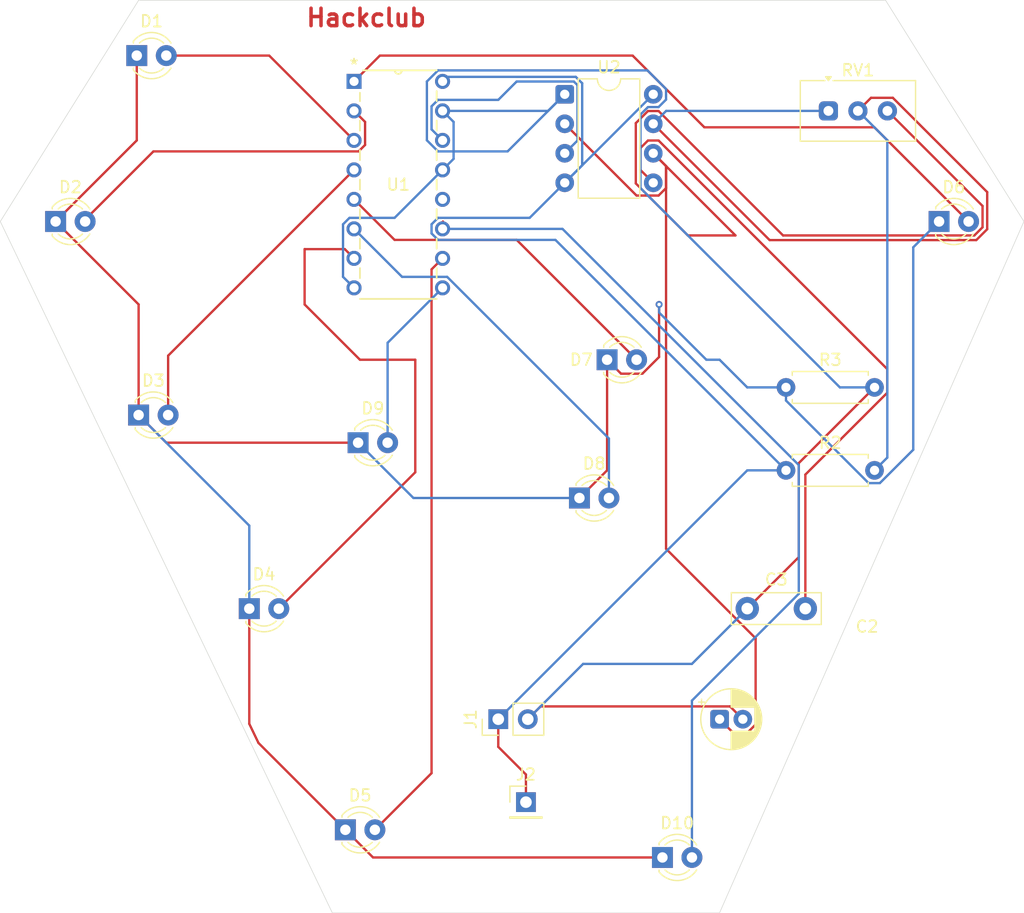
<source format=kicad_pcb>
(kicad_pcb (version 20241229) (generator "pcbnew") (generator_version "9.0")
  (layers (0 "F.Cu" signal) (2 "B.Cu" signal) (13 "F.Paste" user) (15 "B.Paste" user) (5 "F.SilkS" user "F.Silkscreen") (7 "B.SilkS" user "B.Silkscreen") (1 "F.Mask" user) (3 "B.Mask" user) (25 "Edge.Cuts" user))
  (net 0 "")
  (net 1 "GND")
  (net 2 "TR")
  (net 3 "Net-(U2-CV)")
  (net 4 "Net-(D1-K)")
  (net 5 "Net-(D1-A)")
  (net 6 "Net-(D2-A)")
  (net 7 "Net-(D3-A)")
  (net 8 "Net-(D4-A)")
  (net 9 "Net-(D5-A)")
  (net 10 "Net-(D6-A)")
  (net 11 "Net-(D7-A)")
  (net 12 "Net-(D8-A)")
  (net 13 "Net-(D9-A)")
  (net 14 "Net-(D10-A)")
  (net 15 "+5V")
  (net 16 "Net-(U2-DIS)")
  (net 17 "OUT")
  (footprint "Resistor_THT:R_Axial_DIN0207_L6.3mm_D2.5mm_P7.62mm_Horizontal" (layer "F.Cu") (at 167.64 90.4875)
    (property "Reference" "R3" (at 3.81 -2.37 0) (layer "F.SilkS"))
    (property "Value" "R")
    (fp_line (start 0.54 -1.37) (end 7.08 -1.37) (stroke (width 0.12)) (layer "F.SilkS"))
    (fp_line (start 0.54 -1.04) (end 0.54 -1.37) (stroke (width 0.12)) (layer "F.SilkS"))
    (fp_line (start 0.54 1.04) (end 0.54 1.37) (stroke (width 0.12)) (layer "F.SilkS"))
    (fp_line (start 0.54 1.37) (end 7.08 1.37) (stroke (width 0.12)) (layer "F.SilkS"))
    (fp_line (start 7.08 -1.37) (end 7.08 -1.04) (stroke (width 0.12)) (layer "F.SilkS"))
    (fp_line (start 7.08 1.37) (end 7.08 1.04) (stroke (width 0.12)) (layer "F.SilkS"))
    (pad "1" thru_hole circle (at 0 0) (size 1.6 1.6) (drill 0.8) (layers "*.Cu" "*.Mask") (net 4 "Net-(D1-K)"))
    (pad "2" thru_hole circle (at 7.62 0) (size 1.6 1.6) (drill 0.8) (layers "*.Cu" "*.Mask") (net 1 "GND"))
  )
  (footprint "Connector_PinHeader_2.54mm:PinHeader_1x01_P2.54mm_Vertical" (layer "F.Cu") (at 145.25625 126.20625)
    (property "Reference" "J2" (at 0 -2.38 0) (layer "F.SilkS"))
    (property "Value" "Conn_01x01_Socket")
    (fp_line (start -1.38 -1.38) (end 0 -1.38) (stroke (width 0.12)) (layer "F.SilkS"))
    (fp_line (start -1.38 0) (end -1.38 -1.38) (stroke (width 0.12)) (layer "F.SilkS"))
    (fp_line (start -1.38 1.27) (end -1.38 1.38) (stroke (width 0.12)) (layer "F.SilkS"))
    (fp_line (start -1.38 1.27) (end 1.38 1.27) (stroke (width 0.12)) (layer "F.SilkS"))
    (fp_line (start -1.38 1.38) (end 1.38 1.38) (stroke (width 0.12)) (layer "F.SilkS"))
    (fp_line (start 1.38 1.27) (end 1.38 1.38) (stroke (width 0.12)) (layer "F.SilkS"))
    (pad "1" thru_hole rect (at 0 0) (size 1.7 1.7) (drill 1) (layers "*.Cu" "*.Mask") (net 15 "+5V"))
  )
  (footprint "Package_DIP:DIP-8_W7.62mm" (layer "F.Cu") (at 148.595 65.24625)
    (property "Reference" "U2" (at 3.81 -2.33 0) (layer "F.SilkS"))
    (property "Value" "NE555P")
    (fp_line (start 1.16 -1.33) (end 1.16 8.95) (stroke (width 0.12)) (layer "F.SilkS"))
    (fp_line (start 1.16 8.95) (end 6.46 8.95) (stroke (width 0.12)) (layer "F.SilkS"))
    (fp_line (start 2.81 -1.33) (end 1.16 -1.33) (stroke (width 0.12)) (layer "F.SilkS"))
    (fp_line (start 6.46 -1.33) (end 4.81 -1.33) (stroke (width 0.12)) (layer "F.SilkS"))
    (fp_line (start 6.46 8.95) (end 6.46 -1.33) (stroke (width 0.12)) (layer "F.SilkS"))
    (fp_arc (start 4.81 -1.33) (mid 3.81 -0.33) (end 2.81 -1.33) (stroke (width 0.12)) (layer "F.SilkS"))
    (pad "1" thru_hole roundrect (at 0 0) (size 1.6 1.6) (drill 0.8) (layers "*.Cu" "*.Mask") (roundrect_rratio 0.15625) (net 1 "GND"))
    (pad "2" thru_hole circle (at 0 2.54) (size 1.6 1.6) (drill 0.8) (layers "*.Cu" "*.Mask") (net 2 "TR"))
    (pad "3" thru_hole circle (at 0 5.08) (size 1.6 1.6) (drill 0.8) (layers "*.Cu" "*.Mask") (net 17 "OUT"))
    (pad "4" thru_hole circle (at 0 7.62) (size 1.6 1.6) (drill 0.8) (layers "*.Cu" "*.Mask") (net 15 "+5V"))
    (pad "5" thru_hole circle (at 7.62 7.62) (size 1.6 1.6) (drill 0.8) (layers "*.Cu" "*.Mask") (net 3 "Net-(U2-CV)"))
    (pad "6" thru_hole circle (at 7.62 5.08) (size 1.6 1.6) (drill 0.8) (layers "*.Cu" "*.Mask") (net 2 "TR"))
    (pad "7" thru_hole circle (at 7.62 2.54) (size 1.6 1.6) (drill 0.8) (layers "*.Cu" "*.Mask") (net 16 "Net-(U2-DIS)"))
    (pad "8" thru_hole circle (at 7.62 0) (size 1.6 1.6) (drill 0.8) (layers "*.Cu" "*.Mask") (net 15 "+5V"))
  )
  (footprint "LED_THT:LED_D3.0mm" (layer "F.Cu") (at 149.86 100.0125)
    (property "Reference" "D8" (at 1.27 -2.96 0) (layer "F.SilkS"))
    (property "Value" "LED")
    (fp_line (start -0.29 -1.236) (end -0.29 -1.08) (stroke (width 0.12)) (layer "F.SilkS"))
    (fp_line (start -0.29 1.08) (end -0.29 1.236) (stroke (width 0.12)) (layer "F.SilkS"))
    (fp_arc (start -0.29 -1.235516) (mid 1.36566 -1.987699) (end 2.941437 -1.08) (stroke (width 0.12)) (layer "F.SilkS"))
    (fp_arc (start 0.229039 -1.08) (mid 1.27 -1.5) (end 2.310961 -1.08) (stroke (width 0.12)) (layer "F.SilkS"))
    (fp_arc (start 2.310961 1.08) (mid 1.27 1.5) (end 0.229039 1.08) (stroke (width 0.12)) (layer "F.SilkS"))
    (fp_arc (start 2.941437 1.08) (mid 1.36566 1.987699) (end -0.29 1.235516) (stroke (width 0.12)) (layer "F.SilkS"))
    (pad "1" thru_hole rect (at 0 0) (size 1.8 1.8) (drill 0.9) (layers "*.Cu" "*.Mask") (net 4 "Net-(D1-K)"))
    (pad "2" thru_hole circle (at 2.54 0) (size 1.8 1.8) (drill 0.9) (layers "*.Cu" "*.Mask") (net 12 "Net-(D8-A)"))
  )
  (footprint "LED_THT:LED_D3.0mm" (layer "F.Cu") (at 157.00375 130.96875)
    (property "Reference" "D10" (at 1.27 -2.96 0) (layer "F.SilkS"))
    (property "Value" "LED")
    (fp_line (start -0.29 -1.236) (end -0.29 -1.08) (stroke (width 0.12)) (layer "F.SilkS"))
    (fp_line (start -0.29 1.08) (end -0.29 1.236) (stroke (width 0.12)) (layer "F.SilkS"))
    (fp_arc (start -0.29 -1.235516) (mid 1.36566 -1.987699) (end 2.941437 -1.08) (stroke (width 0.12)) (layer "F.SilkS"))
    (fp_arc (start 0.229039 -1.08) (mid 1.27 -1.5) (end 2.310961 -1.08) (stroke (width 0.12)) (layer "F.SilkS"))
    (fp_arc (start 2.310961 1.08) (mid 1.27 1.5) (end 0.229039 1.08) (stroke (width 0.12)) (layer "F.SilkS"))
    (fp_arc (start 2.941437 1.08) (mid 1.36566 1.987699) (end -0.29 1.235516) (stroke (width 0.12)) (layer "F.SilkS"))
    (pad "1" thru_hole rect (at 0 0) (size 1.8 1.8) (drill 0.9) (layers "*.Cu" "*.Mask") (net 4 "Net-(D1-K)"))
    (pad "2" thru_hole circle (at 2.54 0) (size 1.8 1.8) (drill 0.9) (layers "*.Cu" "*.Mask") (net 14 "Net-(D10-A)"))
  )
  (footprint "LED_THT:LED_D3.0mm" (layer "F.Cu") (at 121.44375 109.5425)
    (property "Reference" "D4" (at 1.27 -2.96 0) (layer "F.SilkS"))
    (property "Value" "LED")
    (fp_line (start -0.29 -1.236) (end -0.29 -1.08) (stroke (width 0.12)) (layer "F.SilkS"))
    (fp_line (start -0.29 1.08) (end -0.29 1.236) (stroke (width 0.12)) (layer "F.SilkS"))
    (fp_arc (start -0.29 -1.235516) (mid 1.36566 -1.987699) (end 2.941437 -1.08) (stroke (width 0.12)) (layer "F.SilkS"))
    (fp_arc (start 0.229039 -1.08) (mid 1.27 -1.5) (end 2.310961 -1.08) (stroke (width 0.12)) (layer "F.SilkS"))
    (fp_arc (start 2.310961 1.08) (mid 1.27 1.5) (end 0.229039 1.08) (stroke (width 0.12)) (layer "F.SilkS"))
    (fp_arc (start 2.941437 1.08) (mid 1.36566 1.987699) (end -0.29 1.235516) (stroke (width 0.12)) (layer "F.SilkS"))
    (pad "1" thru_hole rect (at 0 0) (size 1.8 1.8) (drill 0.9) (layers "*.Cu" "*.Mask") (net 4 "Net-(D1-K)"))
    (pad "2" thru_hole circle (at 2.54 0) (size 1.8 1.8) (drill 0.9) (layers "*.Cu" "*.Mask") (net 8 "Net-(D4-A)"))
  )
  (footprint "LED_THT:LED_D3.0mm" (layer "F.Cu") (at 104.775 76.2)
    (property "Reference" "D2" (at 1.27 -2.96 0) (layer "F.SilkS"))
    (property "Value" "LED")
    (fp_line (start -0.29 -1.236) (end -0.29 -1.08) (stroke (width 0.12)) (layer "F.SilkS"))
    (fp_line (start -0.29 1.08) (end -0.29 1.236) (stroke (width 0.12)) (layer "F.SilkS"))
    (fp_arc (start -0.29 -1.235516) (mid 1.36566 -1.987699) (end 2.941437 -1.08) (stroke (width 0.12)) (layer "F.SilkS"))
    (fp_arc (start 0.229039 -1.08) (mid 1.27 -1.5) (end 2.310961 -1.08) (stroke (width 0.12)) (layer "F.SilkS"))
    (fp_arc (start 2.310961 1.08) (mid 1.27 1.5) (end 0.229039 1.08) (stroke (width 0.12)) (layer "F.SilkS"))
    (fp_arc (start 2.941437 1.08) (mid 1.36566 1.987699) (end -0.29 1.235516) (stroke (width 0.12)) (layer "F.SilkS"))
    (pad "1" thru_hole rect (at 0 0) (size 1.8 1.8) (drill 0.9) (layers "*.Cu" "*.Mask") (net 4 "Net-(D1-K)"))
    (pad "2" thru_hole circle (at 2.54 0) (size 1.8 1.8) (drill 0.9) (layers "*.Cu" "*.Mask") (net 6 "Net-(D2-A)"))
  )
  (footprint "LED_THT:LED_D3.0mm" (layer "F.Cu") (at 111.91875 92.86875)
    (property "Reference" "D3" (at 1.27 -2.96 0) (layer "F.SilkS"))
    (property "Value" "LED")
    (fp_line (start -0.29 -1.236) (end -0.29 -1.08) (stroke (width 0.12)) (layer "F.SilkS"))
    (fp_line (start -0.29 1.08) (end -0.29 1.236) (stroke (width 0.12)) (layer "F.SilkS"))
    (fp_arc (start -0.29 -1.235516) (mid 1.36566 -1.987699) (end 2.941437 -1.08) (stroke (width 0.12)) (layer "F.SilkS"))
    (fp_arc (start 0.229039 -1.08) (mid 1.27 -1.5) (end 2.310961 -1.08) (stroke (width 0.12)) (layer "F.SilkS"))
    (fp_arc (start 2.310961 1.08) (mid 1.27 1.5) (end 0.229039 1.08) (stroke (width 0.12)) (layer "F.SilkS"))
    (fp_arc (start 2.941437 1.08) (mid 1.36566 1.987699) (end -0.29 1.235516) (stroke (width 0.12)) (layer "F.SilkS"))
    (pad "1" thru_hole rect (at 0 0) (size 1.8 1.8) (drill 0.9) (layers "*.Cu" "*.Mask") (net 4 "Net-(D1-K)"))
    (pad "2" thru_hole circle (at 2.54 0) (size 1.8 1.8) (drill 0.9) (layers "*.Cu" "*.Mask") (net 7 "Net-(D3-A)"))
  )
  (footprint "Connector_PinHeader_2.54mm:PinHeader_1x02_P2.54mm_Vertical" (layer "F.Cu") (at 142.875 119.0625 90)
    (property "Reference" "J1" (at 0 -2.38 90) (layer "F.SilkS"))
    (property "Value" "Conn_01x02_Socket")
    (fp_line (start -1.38 -1.38) (end 0 -1.38) (stroke (width 0.12)) (layer "F.SilkS"))
    (fp_line (start -1.38 0) (end -1.38 -1.38) (stroke (width 0.12)) (layer "F.SilkS"))
    (fp_line (start 1.38 1.27) (end 1.38 3.92) (stroke (width 0.12)) (layer "F.SilkS"))
    (fp_line (start -1.38 1.27) (end 1.38 1.27) (stroke (width 0.12)) (layer "F.SilkS"))
    (fp_line (start -1.38 1.27) (end -1.38 3.92) (stroke (width 0.12)) (layer "F.SilkS"))
    (fp_line (start -1.38 3.92) (end 1.38 3.92) (stroke (width 0.12)) (layer "F.SilkS"))
    (pad "1" thru_hole rect (at 0 0 90) (size 1.7 1.7) (drill 1) (layers "*.Cu" "*.Mask") (net 15 "+5V"))
    (pad "2" thru_hole circle (at 0 2.54 90) (size 1.7 1.7) (drill 1) (layers "*.Cu" "*.Mask") (net 1 "GND"))
  )
  (footprint "Resistor_THT:R_Axial_DIN0207_L6.3mm_D2.5mm_P7.62mm_Horizontal" (layer "F.Cu") (at 167.64 97.63125)
    (property "Reference" "R2" (at 3.81 -2.37 0) (layer "F.SilkS"))
    (property "Value" "R")
    (fp_line (start 0.54 -1.37) (end 7.08 -1.37) (stroke (width 0.12)) (layer "F.SilkS"))
    (fp_line (start 0.54 -1.04) (end 0.54 -1.37) (stroke (width 0.12)) (layer "F.SilkS"))
    (fp_line (start 0.54 1.04) (end 0.54 1.37) (stroke (width 0.12)) (layer "F.SilkS"))
    (fp_line (start 0.54 1.37) (end 7.08 1.37) (stroke (width 0.12)) (layer "F.SilkS"))
    (fp_line (start 7.08 -1.37) (end 7.08 -1.04) (stroke (width 0.12)) (layer "F.SilkS"))
    (fp_line (start 7.08 1.37) (end 7.08 1.04) (stroke (width 0.12)) (layer "F.SilkS"))
    (pad "1" thru_hole circle (at 0 0) (size 1.6 1.6) (drill 0.8) (layers "*.Cu" "*.Mask") (net 15 "+5V"))
    (pad "2" thru_hole circle (at 7.62 0) (size 1.6 1.6) (drill 0.8) (layers "*.Cu" "*.Mask") (net 16 "Net-(U2-DIS)"))
  )
  (footprint "footprints:N16" (layer "F.Cu") (at 138.081025 81.915)
    (property "Reference" "U1" (at -3.81 -8.89 0) (layer "F.SilkS"))
    (property "Value" "4017")
    (fp_line (start -7.112 -16.79956) (end -7.112 -16.078569) (stroke (width 0.1524)) (layer "F.SilkS"))
    (fp_line (start -7.112 -14.401431) (end -7.112 -13.538569) (stroke (width 0.1524)) (layer "F.SilkS"))
    (fp_line (start -7.112 -11.861431) (end -7.112 -10.998569) (stroke (width 0.1524)) (layer "F.SilkS"))
    (fp_line (start -7.112 -9.321431) (end -7.112 -8.458569) (stroke (width 0.1524)) (layer "F.SilkS"))
    (fp_line (start -7.112 -6.781431) (end -7.112 -5.918569) (stroke (width 0.1524)) (layer "F.SilkS"))
    (fp_line (start -7.112 -4.241431) (end -7.112 -3.378569) (stroke (width 0.1524)) (layer "F.SilkS"))
    (fp_line (start -7.112 -1.701431) (end -7.112 -0.838569) (stroke (width 0.1524)) (layer "F.SilkS"))
    (fp_line (start -7.112 0.9525) (end -0.508 0.9525) (stroke (width 0.1524)) (layer "F.SilkS"))
    (fp_line (start -0.508 -18.7325) (end -6.838835 -18.7325) (stroke (width 0.1524)) (layer "F.SilkS"))
    (fp_line (start -0.508 -16.078569) (end -0.508 -16.941431) (stroke (width 0.1524)) (layer "F.SilkS"))
    (fp_line (start -0.508 -13.538569) (end -0.508 -14.401431) (stroke (width 0.1524)) (layer "F.SilkS"))
    (fp_line (start -0.508 -10.998569) (end -0.508 -11.861431) (stroke (width 0.1524)) (layer "F.SilkS"))
    (fp_line (start -0.508 -8.458569) (end -0.508 -9.321431) (stroke (width 0.1524)) (layer "F.SilkS"))
    (fp_line (start -0.508 -5.918569) (end -0.508 -6.781431) (stroke (width 0.1524)) (layer "F.SilkS"))
    (fp_line (start -0.508 -3.378569) (end -0.508 -4.241431) (stroke (width 0.1524)) (layer "F.SilkS"))
    (fp_line (start -0.508 -0.838569) (end -0.508 -1.701431) (stroke (width 0.1524)) (layer "F.SilkS"))
    (fp_arc (start -3.5052 -18.7325) (mid -3.81 -18.4277) (end -4.1148 -18.7325) (stroke (width 0.1524)) (layer "F.SilkS"))
    (fp_text user "*" (at -7.62 -19.1897 0) (layer "F.SilkS"))
    (fp_text user "*" (at -7.62 -19.1897 0) (layer "F.SilkS"))
    (pad "1" thru_hole rect (at -7.62 -17.78) (size 1.2954 1.2954) (drill 0.7874) (layers "*.Cu" "*.Mask") (net 10 "Net-(D6-A)"))
    (pad "2" thru_hole circle (at -7.62 -15.24) (size 1.2954 1.2954) (drill 0.7874) (layers "*.Cu" "*.Mask") (net 6 "Net-(D2-A)"))
    (pad "3" thru_hole circle (at -7.62 -12.7) (size 1.2954 1.2954) (drill 0.7874) (layers "*.Cu" "*.Mask") (net 5 "Net-(D1-A)"))
    (pad "4" thru_hole circle (at -7.62 -10.16) (size 1.2954 1.2954) (drill 0.7874) (layers "*.Cu" "*.Mask") (net 7 "Net-(D3-A)"))
    (pad "5" thru_hole circle (at -7.62 -7.62) (size 1.2954 1.2954) (drill 0.7874) (layers "*.Cu" "*.Mask") (net 11 "Net-(D7-A)"))
    (pad "6" thru_hole circle (at -7.62 -5.08) (size 1.2954 1.2954) (drill 0.7874) (layers "*.Cu" "*.Mask") (net 12 "Net-(D8-A)"))
    (pad "7" thru_hole circle (at -7.62 -2.54) (size 1.2954 1.2954) (drill 0.7874) (layers "*.Cu" "*.Mask") (net 8 "Net-(D4-A)"))
    (pad "8" thru_hole circle (at -7.62 0) (size 1.2954 1.2954) (drill 0.7874) (layers "*.Cu" "*.Mask") (net 1 "GND"))
    (pad "9" thru_hole circle (at 0 0) (size 1.2954 1.2954) (drill 0.7874) (layers "*.Cu" "*.Mask") (net 13 "Net-(D9-A)"))
    (pad "10" thru_hole circle (at 0 -2.54) (size 1.2954 1.2954) (drill 0.7874) (layers "*.Cu" "*.Mask") (net 9 "Net-(D5-A)"))
    (pad "11" thru_hole circle (at 0 -5.08) (size 1.2954 1.2954) (drill 0.7874) (layers "*.Cu" "*.Mask") (net 14 "Net-(D10-A)"))
    (pad "12" thru_hole circle (at 0 -7.62) (size 1.2954 1.2954) (drill 0.7874) (layers "*.Cu" "*.Mask"))
    (pad "13" thru_hole circle (at 0 -10.16) (size 1.2954 1.2954) (drill 0.7874) (layers "*.Cu" "*.Mask") (net 1 "GND"))
    (pad "14" thru_hole circle (at 0 -12.7) (size 1.2954 1.2954) (drill 0.7874) (layers "*.Cu" "*.Mask") (net 17 "OUT"))
    (pad "15" thru_hole circle (at 0 -15.24) (size 1.2954 1.2954) (drill 0.7874) (layers "*.Cu" "*.Mask") (net 1 "GND"))
    (pad "16" thru_hole circle (at 0 -17.78) (size 1.2954 1.2954) (drill 0.7874) (layers "*.Cu" "*.Mask") (net 15 "+5V"))
  )
  (footprint "LED_THT:LED_D3.0mm" (layer "F.Cu") (at 129.713975 128.5875)
    (property "Reference" "D5" (at 1.27 -2.96 0) (layer "F.SilkS"))
    (property "Value" "LED")
    (fp_line (start -0.29 -1.236) (end -0.29 -1.08) (stroke (width 0.12)) (layer "F.SilkS"))
    (fp_line (start -0.29 1.08) (end -0.29 1.236) (stroke (width 0.12)) (layer "F.SilkS"))
    (fp_arc (start -0.29 -1.235516) (mid 1.36566 -1.987699) (end 2.941437 -1.08) (stroke (width 0.12)) (layer "F.SilkS"))
    (fp_arc (start 0.229039 -1.08) (mid 1.27 -1.5) (end 2.310961 -1.08) (stroke (width 0.12)) (layer "F.SilkS"))
    (fp_arc (start 2.310961 1.08) (mid 1.27 1.5) (end 0.229039 1.08) (stroke (width 0.12)) (layer "F.SilkS"))
    (fp_arc (start 2.941437 1.08) (mid 1.36566 1.987699) (end -0.29 1.235516) (stroke (width 0.12)) (layer "F.SilkS"))
    (pad "1" thru_hole rect (at 0 0) (size 1.8 1.8) (drill 0.9) (layers "*.Cu" "*.Mask") (net 4 "Net-(D1-K)"))
    (pad "2" thru_hole circle (at 2.54 0) (size 1.8 1.8) (drill 0.9) (layers "*.Cu" "*.Mask") (net 9 "Net-(D5-A)"))
  )
  (footprint "Capacitor_THT:C_Disc_D7.5mm_W2.5mm_P5.00mm" (layer "F.Cu") (at 164.30625 109.5375)
    (property "Reference" "C3" (at 2.5 -2.5 0) (layer "F.SilkS"))
    (property "Value" "C")
    (fp_line (start -1.37 -1.37) (end 6.37 -1.37) (stroke (width 0.12)) (layer "F.SilkS"))
    (fp_line (start -1.37 1.37) (end -1.37 -1.37) (stroke (width 0.12)) (layer "F.SilkS"))
    (fp_line (start 6.37 -1.37) (end 6.37 1.37) (stroke (width 0.12)) (layer "F.SilkS"))
    (fp_line (start 6.37 1.37) (end -1.37 1.37) (stroke (width 0.12)) (layer "F.SilkS"))
    (pad "1" thru_hole circle (at 0 0) (size 2 2) (drill 1) (layers "*.Cu" "*.Mask") (net 1 "GND"))
    (pad "2" thru_hole circle (at 5 0) (size 2 2) (drill 1) (layers "*.Cu" "*.Mask") (net 3 "Net-(U2-CV)"))
  )
  (footprint "LED_THT:LED_D3.0mm" (layer "F.Cu") (at 130.81 95.25)
    (property "Reference" "D9" (at 1.27 -2.96 0) (layer "F.SilkS"))
    (property "Value" "LED")
    (fp_line (start -0.29 -1.236) (end -0.29 -1.08) (stroke (width 0.12)) (layer "F.SilkS"))
    (fp_line (start -0.29 1.08) (end -0.29 1.236) (stroke (width 0.12)) (layer "F.SilkS"))
    (fp_arc (start -0.29 -1.235516) (mid 1.36566 -1.987699) (end 2.941437 -1.08) (stroke (width 0.12)) (layer "F.SilkS"))
    (fp_arc (start 0.229039 -1.08) (mid 1.27 -1.5) (end 2.310961 -1.08) (stroke (width 0.12)) (layer "F.SilkS"))
    (fp_arc (start 2.310961 1.08) (mid 1.27 1.5) (end 0.229039 1.08) (stroke (width 0.12)) (layer "F.SilkS"))
    (fp_arc (start 2.941437 1.08) (mid 1.36566 1.987699) (end -0.29 1.235516) (stroke (width 0.12)) (layer "F.SilkS"))
    (pad "1" thru_hole rect (at 0 0) (size 1.8 1.8) (drill 0.9) (layers "*.Cu" "*.Mask") (net 4 "Net-(D1-K)"))
    (pad "2" thru_hole circle (at 2.54 0) (size 1.8 1.8) (drill 0.9) (layers "*.Cu" "*.Mask") (net 13 "Net-(D9-A)"))
  )
  (footprint "Capacitor_THT:CP_Radial_D5.0mm_P2.00mm" (layer "F.Cu") (at 161.925 119.0625)
    (property "Reference" "C2" (at 12.692275 -7.975 0) (layer "F.SilkS"))
    (property "Value" "C_Polarized")
    (fp_line (start -1.804775 -1.475) (end -1.304775 -1.475) (stroke (width 0.12)) (layer "F.SilkS"))
    (fp_line (start -1.554775 -1.725) (end -1.554775 -1.225) (stroke (width 0.12)) (layer "F.SilkS"))
    (fp_line (start 1 -2.58) (end 1 -1.04) (stroke (width 0.12)) (layer "F.SilkS"))
    (fp_line (start 1 1.04) (end 1 2.58) (stroke (width 0.12)) (layer "F.SilkS"))
    (fp_line (start 1.04 -2.58) (end 1.04 -1.04) (stroke (width 0.12)) (layer "F.SilkS"))
    (fp_line (start 1.04 1.04) (end 1.04 2.58) (stroke (width 0.12)) (layer "F.SilkS"))
    (fp_line (start 1.08 -2.579) (end 1.08 -1.04) (stroke (width 0.12)) (layer "F.SilkS"))
    (fp_line (start 1.08 1.04) (end 1.08 2.579) (stroke (width 0.12)) (layer "F.SilkS"))
    (fp_line (start 1.12 -2.577) (end 1.12 -1.04) (stroke (width 0.12)) (layer "F.SilkS"))
    (fp_line (start 1.12 1.04) (end 1.12 2.577) (stroke (width 0.12)) (layer "F.SilkS"))
    (fp_line (start 1.16 -2.575) (end 1.16 -1.04) (stroke (width 0.12)) (layer "F.SilkS"))
    (fp_line (start 1.16 1.04) (end 1.16 2.575) (stroke (width 0.12)) (layer "F.SilkS"))
    (fp_line (start 1.2 -2.572) (end 1.2 -1.04) (stroke (width 0.12)) (layer "F.SilkS"))
    (fp_line (start 1.2 1.04) (end 1.2 2.572) (stroke (width 0.12)) (layer "F.SilkS"))
    (fp_line (start 1.24 -2.569) (end 1.24 -1.04) (stroke (width 0.12)) (layer "F.SilkS"))
    (fp_line (start 1.24 1.04) (end 1.24 2.569) (stroke (width 0.12)) (layer "F.SilkS"))
    (fp_line (start 1.28 -2.565) (end 1.28 -1.04) (stroke (width 0.12)) (layer "F.SilkS"))
    (fp_line (start 1.28 1.04) (end 1.28 2.565) (stroke (width 0.12)) (layer "F.SilkS"))
    (fp_line (start 1.32 -2.56) (end 1.32 -1.04) (stroke (width 0.12)) (layer "F.SilkS"))
    (fp_line (start 1.32 1.04) (end 1.32 2.56) (stroke (width 0.12)) (layer "F.SilkS"))
    (fp_line (start 1.36 -2.555) (end 1.36 -1.04) (stroke (width 0.12)) (layer "F.SilkS"))
    (fp_line (start 1.36 1.04) (end 1.36 2.555) (stroke (width 0.12)) (layer "F.SilkS"))
    (fp_line (start 1.4 -2.549) (end 1.4 -1.04) (stroke (width 0.12)) (layer "F.SilkS"))
    (fp_line (start 1.4 1.04) (end 1.4 2.549) (stroke (width 0.12)) (layer "F.SilkS"))
    (fp_line (start 1.44 -2.543) (end 1.44 -1.04) (stroke (width 0.12)) (layer "F.SilkS"))
    (fp_line (start 1.44 1.04) (end 1.44 2.543) (stroke (width 0.12)) (layer "F.SilkS"))
    (fp_line (start 1.48 -2.536) (end 1.48 -1.04) (stroke (width 0.12)) (layer "F.SilkS"))
    (fp_line (start 1.48 1.04) (end 1.48 2.536) (stroke (width 0.12)) (layer "F.SilkS"))
    (fp_line (start 1.52 -2.528) (end 1.52 -1.04) (stroke (width 0.12)) (layer "F.SilkS"))
    (fp_line (start 1.52 1.04) (end 1.52 2.528) (stroke (width 0.12)) (layer "F.SilkS"))
    (fp_line (start 1.56 -2.519) (end 1.56 -1.04) (stroke (width 0.12)) (layer "F.SilkS"))
    (fp_line (start 1.56 1.04) (end 1.56 2.519) (stroke (width 0.12)) (layer "F.SilkS"))
    (fp_line (start 1.6 -2.51) (end 1.6 -1.04) (stroke (width 0.12)) (layer "F.SilkS"))
    (fp_line (start 1.6 1.04) (end 1.6 2.51) (stroke (width 0.12)) (layer "F.SilkS"))
    (fp_line (start 1.64 -2.501) (end 1.64 -1.04) (stroke (width 0.12)) (layer "F.SilkS"))
    (fp_line (start 1.64 1.04) (end 1.64 2.501) (stroke (width 0.12)) (layer "F.SilkS"))
    (fp_line (start 1.68 -2.49) (end 1.68 -1.04) (stroke (width 0.12)) (layer "F.SilkS"))
    (fp_line (start 1.68 1.04) (end 1.68 2.49) (stroke (width 0.12)) (layer "F.SilkS"))
    (fp_line (start 1.72 -2.479) (end 1.72 -1.04) (stroke (width 0.12)) (layer "F.SilkS"))
    (fp_line (start 1.72 1.04) (end 1.72 2.479) (stroke (width 0.12)) (layer "F.SilkS"))
    (fp_line (start 1.76 -2.467) (end 1.76 -1.04) (stroke (width 0.12)) (layer "F.SilkS"))
    (fp_line (start 1.76 1.04) (end 1.76 2.467) (stroke (width 0.12)) (layer "F.SilkS"))
    (fp_line (start 1.8 -2.455) (end 1.8 -1.04) (stroke (width 0.12)) (layer "F.SilkS"))
    (fp_line (start 1.8 1.04) (end 1.8 2.455) (stroke (width 0.12)) (layer "F.SilkS"))
    (fp_line (start 1.84 -2.442) (end 1.84 -1.04) (stroke (width 0.12)) (layer "F.SilkS"))
    (fp_line (start 1.84 1.04) (end 1.84 2.442) (stroke (width 0.12)) (layer "F.SilkS"))
    (fp_line (start 1.88 -2.428) (end 1.88 -1.04) (stroke (width 0.12)) (layer "F.SilkS"))
    (fp_line (start 1.88 1.04) (end 1.88 2.428) (stroke (width 0.12)) (layer "F.SilkS"))
    (fp_line (start 1.92 -2.413) (end 1.92 -1.04) (stroke (width 0.12)) (layer "F.SilkS"))
    (fp_line (start 1.92 1.04) (end 1.92 2.413) (stroke (width 0.12)) (layer "F.SilkS"))
    (fp_line (start 1.96 -2.398) (end 1.96 -1.04) (stroke (width 0.12)) (layer "F.SilkS"))
    (fp_line (start 1.96 1.04) (end 1.96 2.398) (stroke (width 0.12)) (layer "F.SilkS"))
    (fp_line (start 2 -2.382) (end 2 -1.04) (stroke (width 0.12)) (layer "F.SilkS"))
    (fp_line (start 2 1.04) (end 2 2.382) (stroke (width 0.12)) (layer "F.SilkS"))
    (fp_line (start 2.04 -2.365) (end 2.04 -1.04) (stroke (width 0.12)) (layer "F.SilkS"))
    (fp_line (start 2.04 1.04) (end 2.04 2.365) (stroke (width 0.12)) (layer "F.SilkS"))
    (fp_line (start 2.08 -2.347) (end 2.08 -1.04) (stroke (width 0.12)) (layer "F.SilkS"))
    (fp_line (start 2.08 1.04) (end 2.08 2.347) (stroke (width 0.12)) (layer "F.SilkS"))
    (fp_line (start 2.12 -2.329) (end 2.12 -1.04) (stroke (width 0.12)) (layer "F.SilkS"))
    (fp_line (start 2.12 1.04) (end 2.12 2.329) (stroke (width 0.12)) (layer "F.SilkS"))
    (fp_line (start 2.16 -2.309) (end 2.16 -1.04) (stroke (width 0.12)) (layer "F.SilkS"))
    (fp_line (start 2.16 1.04) (end 2.16 2.309) (stroke (width 0.12)) (layer "F.SilkS"))
    (fp_line (start 2.2 -2.289) (end 2.2 -1.04) (stroke (width 0.12)) (layer "F.SilkS"))
    (fp_line (start 2.2 1.04) (end 2.2 2.289) (stroke (width 0.12)) (layer "F.SilkS"))
    (fp_line (start 2.24 -2.268) (end 2.24 -1.04) (stroke (width 0.12)) (layer "F.SilkS"))
    (fp_line (start 2.24 1.04) (end 2.24 2.268) (stroke (width 0.12)) (layer "F.SilkS"))
    (fp_line (start 2.28 -2.246) (end 2.28 -1.04) (stroke (width 0.12)) (layer "F.SilkS"))
    (fp_line (start 2.28 1.04) (end 2.28 2.246) (stroke (width 0.12)) (layer "F.SilkS"))
    (fp_line (start 2.32 -2.223) (end 2.32 -1.04) (stroke (width 0.12)) (layer "F.SilkS"))
    (fp_line (start 2.32 1.04) (end 2.32 2.223) (stroke (width 0.12)) (layer "F.SilkS"))
    (fp_line (start 2.36 -2.199) (end 2.36 -1.04) (stroke (width 0.12)) (layer "F.SilkS"))
    (fp_line (start 2.36 1.04) (end 2.36 2.199) (stroke (width 0.12)) (layer "F.SilkS"))
    (fp_line (start 2.4 -2.175) (end 2.4 -1.04) (stroke (width 0.12)) (layer "F.SilkS"))
    (fp_line (start 2.4 1.04) (end 2.4 2.175) (stroke (width 0.12)) (layer "F.SilkS"))
    (fp_line (start 2.44 -2.149) (end 2.44 -1.04) (stroke (width 0.12)) (layer "F.SilkS"))
    (fp_line (start 2.44 1.04) (end 2.44 2.149) (stroke (width 0.12)) (layer "F.SilkS"))
    (fp_line (start 2.48 -2.122) (end 2.48 -1.04) (stroke (width 0.12)) (layer "F.SilkS"))
    (fp_line (start 2.48 1.04) (end 2.48 2.122) (stroke (width 0.12)) (layer "F.SilkS"))
    (fp_line (start 2.52 -2.094) (end 2.52 -1.04) (stroke (width 0.12)) (layer "F.SilkS"))
    (fp_line (start 2.52 1.04) (end 2.52 2.094) (stroke (width 0.12)) (layer "F.SilkS"))
    (fp_line (start 2.56 -2.065) (end 2.56 -1.04) (stroke (width 0.12)) (layer "F.SilkS"))
    (fp_line (start 2.56 1.04) (end 2.56 2.065) (stroke (width 0.12)) (layer "F.SilkS"))
    (fp_line (start 2.6 -2.035) (end 2.6 -1.04) (stroke (width 0.12)) (layer "F.SilkS"))
    (fp_line (start 2.6 1.04) (end 2.6 2.035) (stroke (width 0.12)) (layer "F.SilkS"))
    (fp_line (start 2.64 -2.003) (end 2.64 -1.04) (stroke (width 0.12)) (layer "F.SilkS"))
    (fp_line (start 2.64 1.04) (end 2.64 2.003) (stroke (width 0.12)) (layer "F.SilkS"))
    (fp_line (start 2.68 -1.97) (end 2.68 -1.04) (stroke (width 0.12)) (layer "F.SilkS"))
    (fp_line (start 2.68 1.04) (end 2.68 1.97) (stroke (width 0.12)) (layer "F.SilkS"))
    (fp_line (start 2.72 -1.936) (end 2.72 -1.04) (stroke (width 0.12)) (layer "F.SilkS"))
    (fp_line (start 2.72 1.04) (end 2.72 1.936) (stroke (width 0.12)) (layer "F.SilkS"))
    (fp_line (start 2.76 -1.901) (end 2.76 -1.04) (stroke (width 0.12)) (layer "F.SilkS"))
    (fp_line (start 2.76 1.04) (end 2.76 1.901) (stroke (width 0.12)) (layer "F.SilkS"))
    (fp_line (start 2.8 -1.864) (end 2.8 -1.04) (stroke (width 0.12)) (layer "F.SilkS"))
    (fp_line (start 2.8 1.04) (end 2.8 1.864) (stroke (width 0.12)) (layer "F.SilkS"))
    (fp_line (start 2.84 -1.825) (end 2.84 -1.04) (stroke (width 0.12)) (layer "F.SilkS"))
    (fp_line (start 2.84 1.04) (end 2.84 1.825) (stroke (width 0.12)) (layer "F.SilkS"))
    (fp_line (start 2.88 -1.785) (end 2.88 -1.04) (stroke (width 0.12)) (layer "F.SilkS"))
    (fp_line (start 2.88 1.04) (end 2.88 1.785) (stroke (width 0.12)) (layer "F.SilkS"))
    (fp_line (start 2.92 -1.743) (end 2.92 -1.04) (stroke (width 0.12)) (layer "F.SilkS"))
    (fp_line (start 2.92 1.04) (end 2.92 1.743) (stroke (width 0.12)) (layer "F.SilkS"))
    (fp_line (start 2.96 -1.699) (end 2.96 -1.04) (stroke (width 0.12)) (layer "F.SilkS"))
    (fp_line (start 2.96 1.04) (end 2.96 1.699) (stroke (width 0.12)) (layer "F.SilkS"))
    (fp_line (start 3 -1.652) (end 3 -1.04) (stroke (width 0.12)) (layer "F.SilkS"))
    (fp_line (start 3 1.04) (end 3 1.652) (stroke (width 0.12)) (layer "F.SilkS"))
    (fp_line (start 3.04 -1.604) (end 3.04 1.604) (stroke (width 0.12)) (layer "F.SilkS"))
    (fp_line (start 3.08 -1.553) (end 3.08 1.553) (stroke (width 0.12)) (layer "F.SilkS"))
    (fp_line (start 3.12 -1.499) (end 3.12 1.499) (stroke (width 0.12)) (layer "F.SilkS"))
    (fp_line (start 3.16 -1.443) (end 3.16 1.443) (stroke (width 0.12)) (layer "F.SilkS"))
    (fp_line (start 3.2 -1.383) (end 3.2 1.383) (stroke (width 0.12)) (layer "F.SilkS"))
    (fp_line (start 3.24 -1.319) (end 3.24 1.319) (stroke (width 0.12)) (layer "F.SilkS"))
    (fp_line (start 3.28 -1.251) (end 3.28 1.251) (stroke (width 0.12)) (layer "F.SilkS"))
    (fp_line (start 3.32 -1.177) (end 3.32 1.177) (stroke (width 0.12)) (layer "F.SilkS"))
    (fp_line (start 3.36 -1.098) (end 3.36 1.098) (stroke (width 0.12)) (layer "F.SilkS"))
    (fp_line (start 3.4 -1.011) (end 3.4 1.011) (stroke (width 0.12)) (layer "F.SilkS"))
    (fp_line (start 3.44 -0.914) (end 3.44 0.914) (stroke (width 0.12)) (layer "F.SilkS"))
    (fp_line (start 3.48 -0.805) (end 3.48 0.805) (stroke (width 0.12)) (layer "F.SilkS"))
    (fp_line (start 3.52 -0.677) (end 3.52 0.677) (stroke (width 0.12)) (layer "F.SilkS"))
    (fp_line (start 3.56 -0.517) (end 3.56 0.517) (stroke (width 0.12)) (layer "F.SilkS"))
    (fp_line (start 3.6 -0.283) (end 3.6 0.283) (stroke (width 0.12)) (layer "F.SilkS"))
    (fp_circle (center 1 0) (end 3.62 0) (stroke (width 0.12)) (fill no) (layer "F.SilkS"))
    (pad "1" thru_hole roundrect (at 0 0) (size 1.6 1.6) (drill 0.8) (layers "*.Cu" "*.Mask") (roundrect_rratio 0.15625) (net 2 "TR"))
    (pad "2" thru_hole circle (at 2 0) (size 1.6 1.6) (drill 0.8) (layers "*.Cu" "*.Mask") (net 1 "GND"))
  )
  (footprint "Potentiometer_THT:Potentiometer_Vishay_T93YA_Vertical" (layer "F.Cu") (at 171.29125 66.675)
    (property "Reference" "RV1" (at 2.54 -3.5 0) (layer "F.SilkS"))
    (property "Value" "50K")
    (fp_line (start -2.42 -2.61) (end -2.42 2.61) (stroke (width 0.12)) (layer "F.SilkS"))
    (fp_line (start -2.42 -2.61) (end -0.3 -2.61) (stroke (width 0.12)) (layer "F.SilkS"))
    (fp_line (start -2.42 2.61) (end 7.5 2.61) (stroke (width 0.12)) (layer "F.SilkS"))
    (fp_line (start 0.4 -2.61) (end 7.5 -2.61) (stroke (width 0.12)) (layer "F.SilkS"))
    (fp_line (start 7.5 -2.61) (end 7.5 2.61) (stroke (width 0.12)) (layer "F.SilkS"))
    (fp_poly (pts (xy 0 -2.61) (xy -0.24 -2.94) (xy 0.24 -2.94) (xy 0 -2.61)) (stroke (width 0.12)) (fill yes) (layer "F.SilkS"))
    (pad "1" thru_hole roundrect (at 0 0) (size 1.65 1.65) (drill 0.85) (layers "*.Cu" "*.Mask") (net 16 "Net-(U2-DIS)"))
    (pad "2" thru_hole circle (at 2.54 0) (size 1.65 1.65) (drill 0.85) (layers "*.Cu" "*.Mask") (net 16 "Net-(U2-DIS)"))
    (pad "3" thru_hole circle (at 5.08 0) (size 1.65 1.65) (drill 0.85) (layers "*.Cu" "*.Mask") (net 2 "TR"))
  )
  (footprint "LED_THT:LED_D3.0mm" (layer "F.Cu") (at 180.81625 76.2)
    (property "Reference" "D6" (at 1.27 -2.96 0) (layer "F.SilkS"))
    (property "Value" "LED")
    (fp_line (start -0.29 -1.236) (end -0.29 -1.08) (stroke (width 0.12)) (layer "F.SilkS"))
    (fp_line (start -0.29 1.08) (end -0.29 1.236) (stroke (width 0.12)) (layer "F.SilkS"))
    (fp_arc (start -0.29 -1.235516) (mid 1.36566 -1.987699) (end 2.941437 -1.08) (stroke (width 0.12)) (layer "F.SilkS"))
    (fp_arc (start 0.229039 -1.08) (mid 1.27 -1.5) (end 2.310961 -1.08) (stroke (width 0.12)) (layer "F.SilkS"))
    (fp_arc (start 2.310961 1.08) (mid 1.27 1.5) (end 0.229039 1.08) (stroke (width 0.12)) (layer "F.SilkS"))
    (fp_arc (start 2.941437 1.08) (mid 1.36566 1.987699) (end -0.29 1.235516) (stroke (width 0.12)) (layer "F.SilkS"))
    (pad "1" thru_hole rect (at 0 0) (size 1.8 1.8) (drill 0.9) (layers "*.Cu" "*.Mask") (net 4 "Net-(D1-K)"))
    (pad "2" thru_hole circle (at 2.54 0) (size 1.8 1.8) (drill 0.9) (layers "*.Cu" "*.Mask") (net 10 "Net-(D6-A)"))
  )
  (footprint "LED_THT:LED_D3.0mm" (layer "F.Cu") (at 152.24125 88.10625)
    (property "Reference" "D7" (at -2.2225 0 0) (layer "F.SilkS"))
    (property "Value" "LED")
    (fp_line (start -0.29 -1.236) (end -0.29 -1.08) (stroke (width 0.12)) (layer "F.SilkS"))
    (fp_line (start -0.29 1.08) (end -0.29 1.236) (stroke (width 0.12)) (layer "F.SilkS"))
    (fp_arc (start -0.29 -1.235516) (mid 1.36566 -1.987699) (end 2.941437 -1.08) (stroke (width 0.12)) (layer "F.SilkS"))
    (fp_arc (start 0.229039 -1.08) (mid 1.27 -1.5) (end 2.310961 -1.08) (stroke (width 0.12)) (layer "F.SilkS"))
    (fp_arc (start 2.310961 1.08) (mid 1.27 1.5) (end 0.229039 1.08) (stroke (width 0.12)) (layer "F.SilkS"))
    (fp_arc (start 2.941437 1.08) (mid 1.36566 1.987699) (end -0.29 1.235516) (stroke (width 0.12)) (layer "F.SilkS"))
    (pad "1" thru_hole rect (at 0 0) (size 1.8 1.8) (drill 0.9) (layers "*.Cu" "*.Mask") (net 4 "Net-(D1-K)"))
    (pad "2" thru_hole circle (at 2.54 0) (size 1.8 1.8) (drill 0.9) (layers "*.Cu" "*.Mask") (net 11 "Net-(D7-A)"))
  )
  (footprint "LED_THT:LED_D3.0mm" (layer "F.Cu") (at 111.76 61.9125)
    (property "Reference" "D1" (at 1.27 -2.96 0) (layer "F.SilkS"))
    (property "Value" "LED")
    (fp_line (start -0.29 -1.236) (end -0.29 -1.08) (stroke (width 0.12)) (layer "F.SilkS"))
    (fp_line (start -0.29 1.08) (end -0.29 1.236) (stroke (width 0.12)) (layer "F.SilkS"))
    (fp_arc (start -0.29 -1.235516) (mid 1.36566 -1.987699) (end 2.941437 -1.08) (stroke (width 0.12)) (layer "F.SilkS"))
    (fp_arc (start 0.229039 -1.08) (mid 1.27 -1.5) (end 2.310961 -1.08) (stroke (width 0.12)) (layer "F.SilkS"))
    (fp_arc (start 2.310961 1.08) (mid 1.27 1.5) (end 0.229039 1.08) (stroke (width 0.12)) (layer "F.SilkS"))
    (fp_arc (start 2.941437 1.08) (mid 1.36566 1.987699) (end -0.29 1.235516) (stroke (width 0.12)) (layer "F.SilkS"))
    (pad "1" thru_hole rect (at 0 0) (size 1.8 1.8) (drill 0.9) (layers "*.Cu" "*.Mask") (net 4 "Net-(D1-K)"))
    (pad "2" thru_hole circle (at 2.54 0) (size 1.8 1.8) (drill 0.9) (layers "*.Cu" "*.Mask") (net 5 "Net-(D1-A)"))
  )
  (gr_poly (pts (xy 176.2125 57.15) (xy 188.11875 76.199993) (xy 161.925 135.73125) (xy 128.5875 135.73125) (xy 100.0125 76.2) (xy 111.91875 57.15)) (stroke (width 0.05)) (fill no) (layer "Edge.Cuts"))
  (gr_text "Hackclub" (at 126.20625 59.53125 0) (layer "F.Cu") (effects (font (size 1.5 1.5) (thickness 0.3) (bold yes)) (justify left bottom)))
  (segment (start 164.30625 109.5375) (end 168.741 105.10275) (width 0.2) (layer "F.Cu") (net 1))
  (segment (start 146.516 117.9615) (end 162.824 117.9615) (width 0.2) (layer "F.Cu") (net 1))
  (segment (start 162.824 117.9615) (end 163.925 119.0625) (width 0.2) (layer "F.Cu") (net 1))
  (segment (start 168.741 97.0065) (end 175.26 90.4875) (width 0.2) (layer "F.Cu") (net 1))
  (segment (start 168.741 105.10275) (end 168.741 97.0065) (width 0.2) (layer "F.Cu") (net 1))
  (segment (start 145.415 119.0625) (end 146.516 117.9615) (width 0.2) (layer "F.Cu") (net 1))
  (segment (start 155.114 66.9922) (end 155.114 73.3223) (width 0.2) (layer "B.Cu") (net 1))
  (segment (start 156.67105 66.34725) (end 155.75895 66.34725) (width 0.2) (layer "B.Cu") (net 1))
  (segment (start 130.461025 81.915) (end 129.512325 80.9663) (width 0.2) (layer "B.Cu") (net 1))
  (segment (start 172.2792 90.4875) (end 175.26 90.4875) (width 0.2) (layer "B.Cu") (net 1))
  (segment (start 157.316 65.7023) (end 156.67105 66.34725) (width 0.2) (layer "B.Cu") (net 1))
  (segment (start 129.512325 76.442035) (end 130.06806 75.8863) (width 0.2) (layer "B.Cu") (net 1))
  (segment (start 139.029725 67.6237) (end 139.029725 70.8063) (width 0.2) (layer "B.Cu") (net 1))
  (segment (start 150.1775 114.3) (end 145.415 119.0625) (width 0.2) (layer "B.Cu") (net 1))
  (segment (start 136.731325 69.206965) (end 136.731325 64.143035) (width 0.2) (layer "B.Cu") (net 1))
  (segment (start 129.512325 80.9663) (end 129.512325 76.442035) (width 0.2) (layer "B.Cu") (net 1))
  (segment (start 136.731325 64.143035) (end 137.68806 63.1863) (width 0.2) (layer "B.Cu") (net 1))
  (segment (start 137.68806 63.1863) (end 155.7121 63.1863) (width 0.2) (layer "B.Cu") (net 1))
  (segment (start 133.949725 75.8863) (end 138.081025 71.755) (width 0.2) (layer "B.Cu") (net 1))
  (segment (start 137.68806 70.1637) (end 136.731325 69.206965) (width 0.2) (layer "B.Cu") (net 1))
  (segment (start 159.54375 114.3) (end 150.1775 114.3) (width 0.2) (layer "B.Cu") (net 1))
  (segment (start 138.081025 66.675) (end 147.16625 66.675) (width 0.2) (layer "B.Cu") (net 1))
  (segment (start 130.06806 75.8863) (end 133.949725 75.8863) (width 0.2) (layer "B.Cu") (net 1))
  (segment (start 155.114 73.3223) (end 172.2792 90.4875) (width 0.2) (layer "B.Cu") (net 1))
  (segment (start 147.16625 66.675) (end 148.595 65.24625) (width 0.2) (layer "B.Cu") (net 1))
  (segment (start 139.029725 70.8063) (end 138.081025 71.755) (width 0.2) (layer "B.Cu") (net 1))
  (segment (start 143.67755 70.1637) (end 137.68806 70.1637) (width 0.2) (layer "B.Cu") (net 1))
  (segment (start 155.75895 66.34725) (end 155.114 66.9922) (width 0.2) (layer "B.Cu") (net 1))
  (segment (start 155.7121 63.1863) (end 157.316 64.7902) (width 0.2) (layer "B.Cu") (net 1))
  (segment (start 148.595 65.24625) (end 143.67755 70.1637) (width 0.2) (layer "B.Cu") (net 1))
  (segment (start 164.30625 109.5375) (end 159.54375 114.3) (width 0.2) (layer "B.Cu") (net 1))
  (segment (start 138.081025 66.675) (end 139.029725 67.6237) (width 0.2) (layer "B.Cu") (net 1))
  (segment (start 157.316 64.7902) (end 157.316 65.7023) (width 0.2) (layer "B.Cu") (net 1))
  (segment (start 154.713 67.7312) (end 154.713 72.9213) (width 0.2) (layer "F.Cu") (net 2))
  (segment (start 157.316 73.3223) (end 157.316 71.42725) (width 0.2) (layer "F.Cu") (net 2))
  (segment (start 163.026 120.1635) (end 164.38105 120.1635) (width 0.2) (layer "F.Cu") (net 2))
  (segment (start 155.75895 66.68525) (end 154.713 67.7312) (width 0.2) (layer "F.Cu") (net 2))
  (segment (start 165.026 119.51855) (end 165.026 112.097142) (width 0.2) (layer "F.Cu") (net 2))
  (segment (start 156.67105 73.96725) (end 157.316 73.3223) (width 0.2) (layer "F.Cu") (net 2))
  (segment (start 167.3868 77.401) (end 156.67105 66.68525) (width 0.2) (layer "F.Cu") (net 2))
  (segment (start 184.55725 76.697471) (end 183.853721 77.401) (width 0.2) (layer "F.Cu") (net 2))
  (segment (start 164.38105 120.1635) (end 165.026 119.51855) (width 0.2) (layer "F.Cu") (net 2))
  (segment (start 163.28975 77.401) (end 156.215 70.32625) (width 0.2) (layer "F.Cu") (net 2))
  (segment (start 148.595 67.78625) (end 154.776 73.96725) (width 0.2) (layer "F.Cu") (net 2))
  (segment (start 156.67105 66.68525) (end 155.75895 66.68525) (width 0.2) (layer "F.Cu") (net 2))
  (segment (start 184.55725 74.861) (end 184.55725 76.697471) (width 0.2) (layer "F.Cu") (net 2))
  (segment (start 183.853721 77.401) (end 167.3868 77.401) (width 0.2) (layer "F.Cu") (net 2))
  (segment (start 154.776 73.96725) (end 156.67105 73.96725) (width 0.2) (layer "F.Cu") (net 2))
  (segment (start 157.316 71.42725) (end 156.215 70.32625) (width 0.2) (layer "F.Cu") (net 2))
  (segment (start 161.925 119.0625) (end 163.026 120.1635) (width 0.2) (layer "F.Cu") (net 2))
  (segment (start 154.713 72.9213) (end 159.1927 77.401) (width 0.2) (layer "F.Cu") (net 2))
  (segment (start 165.026 112.097142) (end 157.316 104.387142) (width 0.2) (layer "F.Cu") (net 2))
  (segment (start 176.37125 66.675) (end 184.55725 74.861) (width 0.2) (layer "F.Cu") (net 2))
  (segment (start 159.1927 77.401) (end 163.28975 77.401) (width 0.2) (layer "F.Cu") (net 2))
  (segment (start 157.316 104.387142) (end 157.316 71.42725) (width 0.2) (layer "F.Cu") (net 2))
  (segment (start 156.67105 69.22525) (end 155.75895 69.22525) (width 0.2) (layer "F.Cu") (net 3))
  (segment (start 169.30625 97.9983) (end 176.361 90.94355) (width 0.2) (layer "F.Cu") (net 3))
  (segment (start 155.114 69.8702) (end 155.114 71.76525) (width 0.2) (layer "F.Cu") (net 3))
  (segment (start 169.30625 109.5375) (end 169.30625 97.9983) (width 0.2) (layer "F.Cu") (net 3))
  (segment (start 155.114 71.76525) (end 156.215 72.86625) (width 0.2) (layer "F.Cu") (net 3))
  (segment (start 155.75895 69.22525) (end 155.114 69.8702) (width 0.2) (layer "F.Cu") (net 3))
  (segment (start 176.361 88.9152) (end 156.67105 69.22525) (width 0.2) (layer "F.Cu") (net 3))
  (segment (start 176.361 90.94355) (end 176.361 88.9152) (width 0.2) (layer "F.Cu") (net 3))
  (segment (start 155.278721 89.30725) (end 153.44225 89.30725) (width 0.2) (layer "F.Cu") (net 4))
  (segment (start 156.716 83.34375) (end 156.716 87.869971) (width 0.2) (layer "F.Cu") (net 4))
  (segment (start 121.44375 109.5425) (end 121.44375 109.5375) (width 0.2) (layer "F.Cu") (net 4))
  (segment (start 156.716 87.869971) (end 155.278721 89.30725) (width 0.2) (layer "F.Cu") (net 4))
  (segment (start 152.24125 88.10625) (end 152.24125 97.63125) (width 0.2) (layer "F.Cu") (net 4))
  (segment (start 114.3 95.25) (end 111.91875 92.86875) (width 0.2) (layer "F.Cu") (net 4))
  (segment (start 111.91875 83.34375) (end 111.91875 92.86875) (width 0.2) (layer "F.Cu") (net 4))
  (segment (start 130.81 95.25) (end 114.3 95.25) (width 0.2) (layer "F.Cu") (net 4))
  (segment (start 152.24125 97.63125) (end 149.86 100.0125) (width 0.2) (layer "F.Cu") (net 4))
  (segment (start 111.76 69.215) (end 104.775 76.2) (width 0.2) (layer "F.Cu") (net 4))
  (segment (start 121.44375 119.459585) (end 122.235464 121.108989) (width 0.2) (layer "F.Cu") (net 4))
  (segment (start 122.235464 121.108989) (end 129.713975 128.5875) (width 0.2) (layer "F.Cu") (net 4))
  (segment (start 153.44225 89.30725) (end 152.24125 88.10625) (width 0.2) (layer "F.Cu") (net 4))
  (segment (start 104.775 76.2) (end 111.91875 83.34375) (width 0.2) (layer "F.Cu") (net 4))
  (segment (start 111.76 61.9125) (end 111.76 69.215) (width 0.2) (layer "F.Cu") (net 4))
  (segment (start 121.44375 109.5425) (end 121.44375 119.459585) (width 0.2) (layer "F.Cu") (net 4))
  (segment (start 132.095225 130.96875) (end 129.713975 128.5875) (width 0.2) (layer "F.Cu") (net 4))
  (segment (start 157.00375 130.96875) (end 132.095225 130.96875) (width 0.2) (layer "F.Cu") (net 4))
  (via (at 156.716 83.34375) (size 0.6) (drill 0.3) (layers "F.Cu" "B.Cu") (net 4))
  (segment (start 135.5725 100.0125) (end 130.81 95.25) (width 0.2) (layer "B.Cu") (net 4))
  (segment (start 178.59375 78.4225) (end 180.81625 76.2) (width 0.2) (layer "B.Cu") (net 4))
  (segment (start 121.44375 109.5425) (end 121.44375 102.39375) (width 0.2) (layer "B.Cu") (net 4))
  (segment (start 161.925 88.10625) (end 160.785665 88.10625) (width 0.2) (layer "B.Cu") (net 4))
  (segment (start 121.44375 102.39375) (end 111.91875 92.86875) (width 0.2) (layer "B.Cu") (net 4))
  (segment (start 167.64 91.61887) (end 174.75338 98.73225) (width 0.2) (layer "B.Cu") (net 4))
  (segment (start 167.64 90.4875) (end 167.64 91.61887) (width 0.2) (layer "B.Cu") (net 4))
  (segment (start 164.30625 90.4875) (end 161.925 88.10625) (width 0.2) (layer "B.Cu") (net 4))
  (segment (start 149.86 100.0125) (end 135.5725 100.0125) (width 0.2) (layer "B.Cu") (net 4))
  (segment (start 156.716 84.036585) (end 156.716 83.34375) (width 0.2) (layer "B.Cu") (net 4))
  (segment (start 175.71605 98.73225) (end 178.59375 95.85455) (width 0.2) (layer "B.Cu") (net 4))
  (segment (start 160.785665 88.10625) (end 156.716 84.036585) (width 0.2) (layer "B.Cu") (net 4))
  (segment (start 174.75338 98.73225) (end 175.71605 98.73225) (width 0.2) (layer "B.Cu") (net 4))
  (segment (start 178.59375 95.85455) (end 178.59375 78.4225) (width 0.2) (layer "B.Cu") (net 4))
  (segment (start 167.64 90.4875) (end 164.30625 90.4875) (width 0.2) (layer "B.Cu") (net 4))
  (segment (start 123.158525 61.9125) (end 130.461025 69.215) (width 0.2) (layer "F.Cu") (net 5))
  (segment (start 114.3 61.9125) (end 123.158525 61.9125) (width 0.2) (layer "F.Cu") (net 5))
  (segment (start 131.409725 67.6237) (end 130.461025 66.675) (width 0.2) (layer "F.Cu") (net 6))
  (segment (start 107.15625 76.2) (end 113.19255 70.1637) (width 0.2) (layer "F.Cu") (net 6))
  (segment (start 131.409725 69.607965) (end 131.409725 67.6237) (width 0.2) (layer "F.Cu") (net 6))
  (segment (start 107.315 76.2) (end 107.15625 76.2) (width 0.2) (layer "F.Cu") (net 6))
  (segment (start 113.19255 70.1637) (end 130.85399 70.1637) (width 0.2) (layer "F.Cu") (net 6))
  (segment (start 130.85399 70.1637) (end 131.409725 69.607965) (width 0.2) (layer "F.Cu") (net 6))
  (segment (start 114.45875 87.757275) (end 130.461025 71.755) (width 0.2) (layer "F.Cu") (net 7))
  (segment (start 114.45875 92.86875) (end 114.45875 87.757275) (width 0.2) (layer "F.Cu") (net 7))
  (segment (start 129.667275 78.58125) (end 130.461025 79.375) (width 0.2) (layer "F.Cu") (net 8))
  (segment (start 135.73125 97.795) (end 135.73125 88.10625) (width 0.2) (layer "F.Cu") (net 8))
  (segment (start 135.73125 88.10625) (end 130.96875 88.10625) (width 0.2) (layer "F.Cu") (net 8))
  (segment (start 126.20625 78.58125) (end 129.667275 78.58125) (width 0.2) (layer "F.Cu") (net 8))
  (segment (start 126.20625 83.34375) (end 126.20625 78.58125) (width 0.2) (layer "F.Cu") (net 8))
  (segment (start 123.98375 109.5425) (end 135.73125 97.795) (width 0.2) (layer "F.Cu") (net 8))
  (segment (start 130.96875 88.10625) (end 126.20625 83.34375) (width 0.2) (layer "F.Cu") (net 8))
  (segment (start 137.132325 80.3237) (end 138.081025 79.375) (width 0.2) (layer "F.Cu") (net 9))
  (segment (start 132.253975 128.5875) (end 137.132325 123.70915) (width 0.2) (layer "F.Cu") (net 9))
  (segment (start 137.132325 123.70915) (end 137.132325 80.3237) (width 0.2) (layer "F.Cu") (net 9))
  (segment (start 175.24525 68.089) (end 160.6148 68.089) (width 0.2) (layer "F.Cu") (net 10))
  (segment (start 132.683525 61.9125) (end 130.461025 64.135) (width 0.2) (layer "F.Cu") (net 10))
  (segment (start 183.35625 76.2) (end 175.24525 68.089) (width 0.2) (layer "F.Cu") (net 10))
  (segment (start 160.6148 68.089) (end 154.4383 61.9125) (width 0.2) (layer "F.Cu") (net 10))
  (segment (start 154.4383 61.9125) (end 132.683525 61.9125) (width 0.2) (layer "F.Cu") (net 10))
  (segment (start 144.4587 77.7837) (end 133.949725 77.7837) (width 0.2) (layer "F.Cu") (net 11))
  (segment (start 154.78125 88.10625) (end 144.4587 77.7837) (width 0.2) (layer "F.Cu") (net 11))
  (segment (start 133.949725 77.7837) (end 130.461025 74.295) (width 0.2) (layer "F.Cu") (net 11))
  (segment (start 152.4 94.89231) (end 152.4 100.0125) (width 0.2) (layer "B.Cu") (net 12))
  (segment (start 134.592325 80.9663) (end 138.47399 80.9663) (width 0.2) (layer "B.Cu") (net 12))
  (segment (start 138.47399 80.9663) (end 152.4 94.89231) (width 0.2) (layer "B.Cu") (net 12))
  (segment (start 130.461025 76.835) (end 134.592325 80.9663) (width 0.2) (layer "B.Cu") (net 12))
  (segment (start 133.35 86.646025) (end 138.081025 81.915) (width 0.2) (layer "B.Cu") (net 13))
  (segment (start 133.35 95.25) (end 133.35 86.646025) (width 0.2) (layer "B.Cu") (net 13))
  (segment (start 138.1125 76.2) (end 138.081025 76.231475) (width 0.2) (layer "F.Cu") (net 14))
  (segment (start 138.081025 76.835) (end 138.081025 76.231475) (width 0.2) (layer "F.Cu") (net 14))
  (segment (start 148.4008 76.835) (end 168.741 97.1752) (width 0.2) (layer "B.Cu") (net 14))
  (segment (start 159.54375 117.460108) (end 159.54375 130.96875) (width 0.2) (layer "B.Cu") (net 14))
  (segment (start 168.741 108.262858) (end 159.54375 117.460108) (width 0.2) (layer "B.Cu") (net 14))
  (segment (start 168.741 97.1752) (end 168.741 108.262858) (width 0.2) (layer "B.Cu") (net 14))
  (segment (start 138.081025 76.835) (end 148.4008 76.835) (width 0.2) (layer "B.Cu") (net 14))
  (segment (start 142.875 121.44375) (end 142.875 119.0625) (width 0.2) (layer "F.Cu") (net 15))
  (segment (start 145.25625 126.20625) (end 145.25625 123.825) (width 0.2) (layer "F.Cu") (net 15))
  (segment (start 145.25625 123.825) (end 142.875 121.44375) (width 0.2) (layer "F.Cu") (net 15))
  (segment (start 137.132325 76.442035) (end 137.132325 77.227965) (width 0.2) (layer "B.Cu") (net 15))
  (segment (start 150.097 64.29499) (end 150.097 71.36425) (width 0.2) (layer "B.Cu") (net 15))
  (segment (start 150.097 71.36425) (end 148.595 72.86625) (width 0.2) (layer "B.Cu") (net 15))
  (segment (start 149.54626 63.74425) (end 150.097 64.29499) (width 0.2) (layer "B.Cu") (net 15))
  (segment (start 167.64 97.63125) (end 164.30625 97.63125) (width 0.2) (layer "B.Cu") (net 15))
  (segment (start 156.215 65.24625) (end 148.595 72.86625) (width 0.2) (layer "B.Cu") (net 15))
  (segment (start 147.79245 77.7837) (end 167.64 97.63125) (width 0.2) (layer "B.Cu") (net 15))
  (segment (start 138.471775 63.74425) (end 149.54626 63.74425) (width 0.2) (layer "B.Cu") (net 15))
  (segment (start 137.132325 77.227965) (end 137.68806 77.7837) (width 0.2) (layer "B.Cu") (net 15))
  (segment (start 138.081025 64.135) (end 138.471775 63.74425) (width 0.2) (layer "B.Cu") (net 15))
  (segment (start 145.57495 75.8863) (end 137.68806 75.8863) (width 0.2) (layer "B.Cu") (net 15))
  (segment (start 137.68806 75.8863) (end 137.132325 76.442035) (width 0.2) (layer "B.Cu") (net 15))
  (segment (start 164.30625 97.63125) (end 142.875 119.0625) (width 0.2) (layer "B.Cu") (net 15))
  (segment (start 148.595 72.86625) (end 145.57495 75.8863) (width 0.2) (layer "B.Cu") (net 15))
  (segment (start 137.68806 77.7837) (end 147.79245 77.7837) (width 0.2) (layer "B.Cu") (net 15))
  (segment (start 184.95825 76.863571) (end 184.019821 77.802) (width 0.2) (layer "F.Cu") (net 16))
  (segment (start 184.95825 73.669595) (end 184.95825 76.863571) (width 0.2) (layer "F.Cu") (net 16))
  (segment (start 174.95725 65.549) (end 176.837655 65.549) (width 0.2) (layer "F.Cu") (net 16))
  (segment (start 173.83125 66.675) (end 174.95725 65.549) (width 0.2) (layer "F.Cu") (net 16))
  (segment (start 166.23075 77.802) (end 156.215 67.78625) (width 0.2) (layer "F.Cu") (net 16))
  (segment (start 184.019821 77.802) (end 166.23075 77.802) (width 0.2) (layer "F.Cu") (net 16))
  (segment (start 176.837655 65.549) (end 184.95825 73.669595) (width 0.2) (layer "F.Cu") (net 16))
  (segment (start 175.26 97.63125) (end 176.361 96.53025) (width 0.2) (layer "B.Cu") (net 16))
  (segment (start 157.32625 66.675) (end 156.215 67.78625) (width 0.2) (layer "B.Cu") (net 16))
  (segment (start 176.361 69.20475) (end 173.83125 66.675) (width 0.2) (layer "B.Cu") (net 16))
  (segment (start 171.29125 66.675) (end 157.32625 66.675) (width 0.2) (layer "B.Cu") (net 16))
  (segment (start 176.361 96.53025) (end 176.361 69.20475) (width 0.2) (layer "B.Cu") (net 16))
  (segment (start 137.68806 65.7263) (end 142.875 65.7263) (width 0.2) (layer "B.Cu") (net 17))
  (segment (start 149.38016 64.14525) (end 149.696 64.46109) (width 0.2) (layer "B.Cu") (net 17))
  (segment (start 142.875 65.7263) (end 144.45605 64.14525) (width 0.2) (layer "B.Cu") (net 17))
  (segment (start 137.132325 68.2663) (end 137.132325 66.282035) (width 0.2) (layer "B.Cu") (net 17))
  (segment (start 138.081025 69.215) (end 137.132325 68.2663) (width 0.2) (layer "B.Cu") (net 17))
  (segment (start 149.696 64.46109) (end 149.696 69.22525) (width 0.2) (layer "B.Cu") (net 17))
  (segment (start 137.132325 66.282035) (end 137.68806 65.7263) (width 0.2) (layer "B.Cu") (net 17))
  (segment (start 144.45605 64.14525) (end 149.38016 64.14525) (width 0.2) (layer "B.Cu") (net 17))
  (segment (start 149.696 69.22525) (end 148.595 70.32625) (width 0.2) (layer "B.Cu") (net 17))
)
</source>
